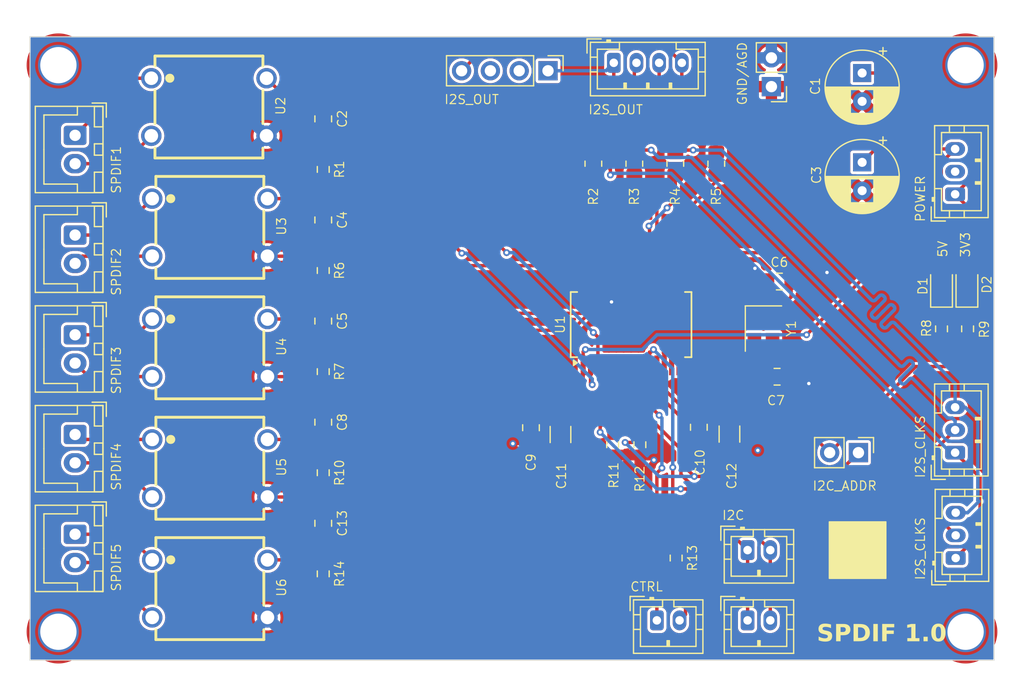
<source format=kicad_pcb>
(kicad_pcb (version 20240108) (generator "pcbnew") (generator_version "8.0")
  (layers (0 "F.Cu" signal) (1 "In1.Cu" signal) (2 "In2.Cu" signal) (31 "B.Cu" mixed) (34 "B.Paste" user) (35 "F.Paste" user) (36 "B.SilkS" user "B.Silkscreen") (37 "F.SilkS" user "F.Silkscreen") (38 "B.Mask" user) (39 "F.Mask" user) (44 "Edge.Cuts" user))
  (net 0 "")
  (net 1 "AGND")
  (net 2 "GND")
  (net 3 "I2S_DATA")
  (net 4 "I2S_LRCLK")
  (net 5 "I2S_BCLK")
  (net 6 "I2S_SCLK")
  (net 7 "SCL")
  (net 8 "SDA")
  (net 9 "3V3")
  (net 10 "SPDIF3_IN")
  (net 11 "SPDIF3_GND")
  (net 12 "RESET")
  (net 13 "SPDIF1_IN")
  (net 14 "SPDIF1_GND")
  (net 15 "SPDIF2_IN")
  (net 16 "SPDIF2_GND")
  (net 17 "5V")
  (net 18 "SPDIF_1")
  (net 19 "SPDIF4_GND")
  (net 20 "SPDIF4_IN")
  (net 21 "SPDIF_2")
  (net 22 "SPDIF_3")
  (net 23 "SPDIF_4")
  (net 24 "Net-(D2-K)")
  (net 25 "Net-(U1-XIN)")
  (net 26 "Net-(U1-XOP)")
  (net 27 "Net-(D1-K)")
  (net 28 "MCLK_OUT")
  (net 29 "Net-(U1-BCLK)")
  (net 30 "Net-(U1-LRCLK)")
  (net 31 "Net-(U1-DOUT)")
  (net 32 "ADDR")
  (net 33 "SPDIF_OUT")
  (net 34 "DIN")
  (net 36 "UNLOCK")
  (net 37 "INT")
  (net 38 "NONAUDIO")
  (net 39 "SPDIF_5")
  (net 40 "SPDIF5_IN")
  (net 41 "SPDIF5_GND")
  (net 42 "Net-(C2-Pad2)")
  (net 43 "Net-(C4-Pad2)")
  (net 44 "Net-(C5-Pad2)")
  (net 45 "Net-(C8-Pad2)")
  (net 46 "Net-(C13-Pad2)")
  (footprint "LED_SMD:LED_0805_2012Metric_Pad1.15x1.40mm_HandSolder" (layer "F.Cu") (at 106.7 50.3 90)
    (property "Reference" "D1")
    (property "Value" "BLUE")
  )
  (footprint "Connector_JST:JST_PH_B3B-PH-K_1x03_P2.00mm_Vertical" (layer "F.Cu") (at 107.9 42.2 90)
    (property "Reference" "J4" (hide yes))
    (property "Value" "Conn_01x03_Pin")
  )
  (footprint "Capacitor_SMD:C_0805_2012Metric_Pad1.18x1.45mm_HandSolder" (layer "F.Cu") (at 85.3 62.7625 90)
    (property "Reference" "C10")
    (property "Value" "0.1u")
  )
  (footprint "Connector_JST:JST_XH_B2B-XH-A_1x02_P2.50mm_Vertical" (layer "F.Cu") (at 30.3 54.6 -90)
    (property "Reference" "J7" (hide yes))
    (property "Value" "Conn_01x02_Pin")
  )
  (footprint "Capacitor_SMD:C_0805_2012Metric_Pad1.18x1.45mm_HandSolder" (layer "F.Cu") (at 52.18 53.389167 -90)
    (property "Reference" "C5")
    (property "Value" "0.01u C0G")
  )
  (footprint "Connector_JST:JST_PH_B2B-PH-K_1x02_P2.00mm_Vertical" (layer "F.Cu") (at 81.6 79.8)
    (property "Reference" "J11" (hide yes))
    (property "Value" "Conn_01x02_Pin")
  )
  (footprint "Connector_JST:JST_XH_B2B-XH-A_1x02_P2.50mm_Vertical" (layer "F.Cu") (at 30.3 63.4 -90)
    (property "Reference" "J9" (hide yes))
    (property "Value" "Conn_01x02_Pin")
  )
  (footprint "Capacitor_SMD:C_0805_2012Metric_Pad1.18x1.45mm_HandSolder" (layer "F.Cu") (at 52.18 62.311389 -90)
    (property "Reference" "C8")
    (property "Value" "0.01u C0G")
  )
  (footprint "easyeda2kicad:XFMR-TH_4P-L9.5-W9.0-P5.08-LS10.2_C9900096976" (layer "F.Cu") (at 42.18 66.375)
    (property "Reference" "U5")
    (property "Value" "DA101C_C6931652")
  )
  (footprint "Crystal:Crystal_SMD_SeikoEpson_FA238-4Pin_3.2x2.5mm" (layer "F.Cu") (at 91 54.05 -90)
    (property "Reference" "Y1")
    (property "Value" "12MHz 3.2x2.5")
  )
  (footprint "Package_SO:SSOP-28_5.3x10.2mm_P0.65mm" (layer "F.Cu") (at 79.325 53.7 90)
    (property "Reference" "U1")
    (property "Value" "WM8805")
  )
  (footprint "Resistor_SMD:R_0603_1608Metric_Pad0.98x0.95mm_HandSolder" (layer "F.Cu") (at 80.1 64.3 -90)
    (property "Reference" "R12")
    (property "Value" "4.7K")
  )
  (footprint "Capacitor_SMD:C_1206_3216Metric_Pad1.33x1.80mm_HandSolder" (layer "F.Cu") (at 73.1 63.4 90)
    (property "Reference" "C11")
    (property "Value" "10u")
  )
  (footprint "easyeda2kicad:XFMR-TH_4P-L9.5-W9.0-P5.08-LS10.2_C9900096976" (layer "F.Cu") (at 42.18 55.75)
    (property "Reference" "U4")
    (property "Value" "DA101C_C6931652")
  )
  (footprint "Resistor_SMD:R_0805_2012Metric_Pad1.20x1.40mm_HandSolder" (layer "F.Cu") (at 76 39.5 90)
    (property "Reference" "R2")
    (property "Value" "22R")
  )
  (footprint "Resistor_SMD:R_0603_1608Metric_Pad0.98x0.95mm_HandSolder" (layer "F.Cu") (at 83.3 74.3 -90)
    (property "Reference" "R13")
    (property "Value" "4.7K")
  )
  (footprint "Resistor_SMD:R_0805_2012Metric_Pad1.20x1.40mm_HandSolder" (layer "F.Cu") (at 86.8386 39.5 90)
    (property "Reference" "R5")
    (property "Value" "22R")
  )
  (footprint "Resistor_SMD:R_0603_1608Metric_Pad0.98x0.95mm_HandSolder" (layer "F.Cu") (at 52.18 48.928056 -90)
    (property "Reference" "R6")
    (property "Value" "75R")
  )
  (footprint "Capacitor_SMD:C_0805_2012Metric_Pad1.18x1.45mm_HandSolder" (layer "F.Cu") (at 70.5 62.8 90)
    (property "Reference" "C9")
    (property "Value" "0.1u")
  )
  (footprint "Connector_JST:JST_XH_B2B-XH-A_1x02_P2.50mm_Vertical" (layer "F.Cu") (at 30.3 37 -90)
    (property "Reference" "J3" (hide yes))
    (property "Value" "Conn_01x02_Pin" (hide yes))
  )
  (footprint "Capacitor_SMD:C_1206_3216Metric_Pad1.33x1.80mm_HandSolder" (layer "F.Cu") (at 88 63.3625 90)
    (property "Reference" "C12")
    (property "Value" "10u")
  )
  (footprint "MountingHole:MountingHole_3.2mm_M3_DIN965_Pad_TopOnly" (layer "F.Cu") (at 108.8251 30.805)
    (property "Reference" "H2" (hide yes))
    (property "Value" "MountingHole")
  )
  (footprint "Connector_JST:JST_XH_B2B-XH-A_1x02_P2.50mm_Vertical" (layer "F.Cu") (at 30.3 45.8 -90)
    (property "Reference" "J6" (hide yes))
    (property "Value" "Conn_01x02_Pin")
  )
  (footprint "Connector_PinHeader_2.54mm:PinHeader_1x02_P2.54mm_Vertical" (layer "F.Cu") (at 99.375 65 -90)
    (property "Reference" "J8" (hide yes))
    (property "Value" "Conn_01x02_Pin")
  )
  (footprint "Connector_PinHeader_2.54mm:PinHeader_1x02_P2.54mm_Vertical" (layer "F.Cu") (at 91.7 32.7 180)
    (property "Reference" "J2" (hide yes))
    (property "Value" "Conn_01x02_Pin")
  )
  (footprint "Resistor_SMD:R_0603_1608Metric_Pad0.98x0.95mm_HandSolder" (layer "F.Cu") (at 77.7 64.3 -90)
    (property "Reference" "R11")
    (property "Value" "4.7K")
  )
  (footprint "Connector_JST:JST_PH_B3B-PH-K_1x03_P2.00mm_Vertical" (layer "F.Cu") (at 107.9 65 90)
    (property "Reference" "J20" (hide yes))
    (property "Value" "Conn_01x03_Pin")
  )
  (footprint "Resistor_SMD:R_0603_1608Metric_Pad0.98x0.95mm_HandSolder" (layer "F.Cu") (at 52.18 66.7725 -90)
    (property "Reference" "R10")
    (property "Value" "75R")
  )
  (footprint "Resistor_SMD:R_0603_1608Metric_Pad0.98x0.95mm_HandSolder" (layer "F.Cu") (at 109 54.075 90)
    (property "Reference" "R9")
    (property "Value" "325R")
  )
  (footprint "Capacitor_SMD:C_0805_2012Metric_Pad1.18x1.45mm_HandSolder" (layer "F.Cu") (at 92.2 58.3)
    (property "Reference" "C7")
    (property "Value" "12p C0G")
  )
  (footprint "Connector_JST:JST_PH_B3B-PH-K_1x03_P2.00mm_Vertical" (layer "F.Cu") (at 107.95 74.3 90)
    (property "Reference" "J21" (hide yes))
    (property "Value" "Conn_01x03_Pin")
  )
  (footprint "Connector_JST:JST_PH_B4B-PH-K_1x04_P2.00mm_Vertical" (layer "F.Cu") (at 77.8 30.6)
    (property "Reference" "J1" (hide yes))
    (property "Value" "Conn_01x04_Pin")
  )
  (footprint "easyeda2kicad:XFMR-TH_4P-L9.5-W9.0-P5.08-LS10.2_C9900096976" (layer "F.Cu") (at 42.18 45.125)
    (property "Reference" "U3")
    (property "Value" "DA101C_C6931652")
  )
  (footprint "Connector_JST:JST_PH_B2B-PH-K_1x02_P2.00mm_Vertical" (layer "F.Cu") (at 89.6 79.8)
    (property "Reference" "J17" (hide yes))
    (property "Value" "Conn_01x02_Male")
  )
  (footprint "Resistor_SMD:R_0603_1608Metric_Pad0.98x0.95mm_HandSolder" (layer "F.Cu") (at 52.18 57.850278 -90)
    (property "Reference" "R7")
    (property "Value" "75R")
  )
  (footprint "Capacitor_SMD:C_0805_2012Metric_Pad1.18x1.45mm_HandSolder" (layer "F.Cu") (at 52.18 35.544723 -90)
    (property "Reference" "C2")
    (property "Value" "0.01u C0G")
  )
  (footprint "easyeda2kicad:XFMR-TH_4P-L9.5-W9.0-P5.08-LS10.2_C9900096976" (layer "F.Cu") (at 42.1 34.5)
    (property "Reference" "U2")
    (property "Value" "DA101C_C6931652")
  )
  (footprint "LED_SMD:LED_0805_2012Metric_Pad1.15x1.40mm_HandSolder" (layer "F.Cu") (at 108.94 50.3 90)
    (property "Reference" "D2")
    (property "Value" "YELLOW")
  )
  (footprint "Resistor_SMD:R_0603_1608Metric_Pad0.98x0.95mm_HandSolder" (layer "F.Cu") (at 106.7 54.075 90)
    (property "Reference" "R8")
    (property "Value" "500R")
  )
  (footprint "Capacitor_SMD:C_0805_2012Metric_Pad1.18x1.45mm_HandSolder" (layer "F.Cu") (at 92.4 49.9 180)
    (property "Reference" "C6")
    (property "Value" "12p C0G")
  )
  (footprint "easyeda2kicad:XFMR-TH_4P-L9.5-W9.0-P5.08-LS10.2_C9900096976" (layer "F.Cu") (at 42.18 77)
    (property "Reference" "U6")
    (property "Value" "DA101C_C6931652")
  )
  (footprint "Resistor_SMD:R_0603_1608Metric_Pad0.98x0.95mm_HandSolder" (layer "F.Cu") (at 52.18 75.694723 -90)
    (property "Reference" "R14")
    (property "Value" "75R")
  )
  (footprint "Resistor_SMD:R_0805_2012Metric_Pad1.20x1.40mm_HandSolder" (layer "F.Cu") (at 79.6129 39.5 90)
    (property "Reference" "R3")
    (property "Value" "22R")
  )
  (footprint "Capacitor_SMD:C_0805_2012Metric_Pad1.18x1.45mm_HandSolder" (layer "F.Cu") (at 52.18 44.466945 -90)
    (property "Reference" "C4")
    (property "Value" "0.01u C0G")
  )
  (footprint "Capacitor_THT:CP_Radial_D6.3mm_P2.50mm" (layer "F.Cu") (at 99.7 31.5 -90)
    (property "Reference" "C1")
    (property "Value" "220u")
  )
  (footprint "Resistor_SMD:R_0805_2012Metric_Pad1.20x1.40mm_HandSolder" (layer "F.Cu") (at 83.2257 39.5 90)
    (property "Reference" "R4")
    (property "Value" "22R")
  )
  (footprint "Connector_JST:JST_XH_B2B-XH-A_1x02_P2.50mm_Vertical" (layer "F.Cu") (at 30.3 72.2 -90)
    (property "Reference" "J12" (hide yes))
    (property "Value" "Conn_01x02_Pin")
  )
  (footprint "Capacitor_THT:CP_Radial_D6.3mm_P2.50mm" (layer "F.Cu") (at 99.7 39.3824 -90)
    (property "Reference" "C3")
    (property "Value" "220u")
  )
  (footprint "Resistor_SMD:R_0603_1608Metric_Pad0.98x0.95mm_HandSolder" (layer "F.Cu") (at 52.18 40.005834 -90)
    (property "Reference" "R1")
    (property "Value" "75R")
  )
  (footprint "MountingHole:MountingHole_3.2mm_M3_DIN965_Pad_TopOnly" (layer "F.Cu") (at 28.8251 30.805)
    (property "Reference" "H1" (hide yes))
    (property "Value" "MountingHole")
  )
  (footprint "Connector_JST:JST_PH_B2B-PH-K_1x02_P2.00mm_Vertical" (layer "F.Cu") (at 89.6 73.6)
    (property "Reference" "J10" (hide yes))
    (property "Value" "Conn_01x02_Male" (hide yes))
  )
  (footprint "Connector_PinHeader_2.54mm:PinHeader_1x04_P2.54mm_Vertical" (layer "F.Cu") (at 72 31.3 -90)
    (property "Reference" "J5" (hide yes))
    (property "Value" "Conn_01x04_Pin")
  )
  (footprint "MountingHole:MountingHole_3.2mm_M3_DIN965_Pad_TopOnly" (layer "F.Cu") (at 108.8251 80.805)
    (property "Reference" "H4" (hide yes))
    (property "Value" "MountingHole")
  )
  (footprint "MountingHole:MountingHole_3.2mm_M3_DIN965_Pad_TopOnly" (layer "F.Cu") (at 28.8251 80.805)
    (property "Reference" "H3" (hide yes))
    (property "Value" "MountingHole")
  )
  (footprint "Capacitor_SMD:C_0805_2012Metric_Pad1.18x1.45mm_HandSolder" (layer "F.Cu") (at 52.18 71.233611 -90)
    (property "Reference" "C13")
    (property "Value" "0.01u")
  )
  (gr_rect (start 96.8 71.1) (end 101.8 76.1) (stroke (width 0.1)) (fill solid) (layer "F.SilkS"))
  (gr_line (start 111.3251 28.305) (end 111.3251 83.305) (stroke (width 0.1)) (layer "Edge.Cuts"))
  (gr_line (start 111.3251 83.305) (end 26.3251 83.305) (stroke (width 0.1)) (layer "Edge.Cuts"))
  (gr_line (start 26.3251 83.305) (end 26.3251 28.305) (stroke (width 0.1)) (layer "Edge.Cuts"))
  (gr_line (start 26.3251 28.305) (end 111.3251 28.305) (stroke (width 0.1)) (layer "Edge.Cuts"))
  (gr_text "SPDIF3\n" (at 34.399952 59.9 90) (layer "F.SilkS") (effects (font (size 0.8 0.8) (thickness 0.1) (bold yes)) (justify left bottom)))
  (gr_text "I2S_CLKS" (at 105.3 76.3 90) (layer "F.SilkS") (effects (font (size 0.8 0.8) (thickness 0.1) (bold yes)) (justify left bottom)))
  (gr_text "SPDIF1" (at 34.399952 42.2 90) (layer "F.SilkS") (effects (font (size 0.8 0.8) (thickness 0.1) (bold yes)) (justify left bottom)))
  (gr_text "I2S_CLKS" (at 105.3 67.3 90) (layer "F.SilkS") (effects (font (size 0.8 0.8) (thickness 0.1) (bold yes)) (justify left bottom)))
  (gr_text "SPDIF5\n\n" (at 35.687907 77.3 90) (layer "F.SilkS") (effects (font (size 0.8 0.8) (thickness 0.1) (bold yes)) (justify left bottom)))
  (gr_text "5V\n" (at 107.2749 47.82 90) (layer "F.SilkS") (effects (font (size 0.8 0.8) (thickness 0.1) (bold yes)) (justify left bottom)))
  (gr_text "CTRL" (at 79.2 77.3 0) (layer "F.SilkS") (effects (font (size 0.8 0.8) (thickness 0.1) (bold yes)) (justify left bottom)))
  (gr_text "SPDIF4\n" (at 34.399952 68.4 90) (layer "F.SilkS") (effects (font (size 0.8 0.8) (thickness 0.1) (bold yes)) (justify left bottom)))
  (gr_text "SPDIF 1.0" (at 95.7 81.9 0) (layer "F.SilkS") (effects (font (size 1.5 1.5) (thickness 0.1) (bold yes)) (justify left bottom)))
  (gr_text "I2S_OUT" (at 62.8 34.3 0) (layer "F.SilkS") (effects (font (size 0.8 0.8) (thickness 0.1) (bold yes)) (justify left bottom)))
  (gr_text "I2C_ADDR" (at 95.275 68.4 0) (layer "F.SilkS") (effects (font (size 0.8 0.8) (thickness 0.1) (bold yes)) (justify left bottom)))
  (gr_text "GND/AGD" (at 89.6 34.4 90) (layer "F.SilkS") (effects (font (size 0.8 0.8) (thickness 0.1) (bold yes)) (justify left bottom)))
  (gr_text "SPDIF2" (at 34.399952 51.2 90) (layer "F.SilkS") (effects (font (size 0.8 0.8) (thickness 0.1) (bold yes)) (justify left bottom)))
  (gr_text "POWER" (at 105.3 44.7 90) (layer "F.SilkS") (effects (font (size 0.8 0.8) (thickness 0.1) (bold yes)) (justify left bottom)))
  (gr_text "I2C" (at 87.3 71 0) (layer "F.SilkS") (effects (font (size 0.8 0.8) (thickness 0.1) (bold yes)) (justify left bottom)))
  (gr_text "3V3" (at 109.2749 47.82 90) (layer "F.SilkS") (effects (font (size 0.8 0.8) (thickness 0.1) (bold yes)) (justify left bottom)))
  (gr_text "I2S_OUT" (at 75.5 35.2 0) (layer "F.SilkS") (effects (font (size 0.8 0.8) (thickness 0.1) (bold yes)) (justify left bottom)))
  (segment (start 89.9 51.3625) (end 91.3625 49.9) (width 0.3) (layer "F.Cu") (net 1))
  (segment (start 94.4 58.3) (end 95 58.9) (width 0.3) (layer "F.Cu") (net 1))
  (segment (start 89.9 52.6) (end 89.9 51.3625) (width 0.3) (layer "F.Cu") (net 1))
  (segment (start 79 50.1) (end 78.35 50.1) (width 0.3) (layer "F.Cu") (net 1))
  (segment (start 92.1 57.1625) (end 93.2375 58.3) (width 0.3) (layer "F.Cu") (net 1))
  (segment (start 78.35 50.1) (end 77.7 50.1) (width 0.3) (layer "F.Cu") (net 1))
  (segment (start 51.707222 58.29) (end 52.18 58.762778) (width 0.3) (layer "F.Cu") (net 1))
  (segment (start 47.26 47.665) (end 50.004444 47.665) (width 0.3) (layer "F.Cu") (net 1))
  (segment (start 47.26 68.915) (end 50.95 68.915) (width 0.3) (layer "F.Cu") (net 1))
  (segment (start 47.26 58.29) (end 51.707222 58.29) (width 0.3) (layer "F.Cu") (net 1))
  (segment (start 52.18 76.607223) (end 50.192777 76.607223) (width 0.3) (layer "F.Cu") (net 1))
  (segment (start 50.95 68.915) (end 52.18 67.685) (width 0.3) (layer "F.Cu") (net 1))
  (segment (start 93.2375 58.3) (end 94.4 58.3) (width 0.3) (layer "F.Cu") (net 1))
  (segment (start 50.004444 47.665) (end 52.18 49.840556) (width 0.3) (layer "F.Cu") (net 1))
  (segment (start 50.192777 76.607223) (end 47.26 79.54) (width 0.3) (layer "F.Cu") (net 1))
  (segment (start 77.7 50.1) (end 77.7 51.6) (width 0.3) (layer "F.Cu") (net 1))
  (segment (start 92.1 55.5) (end 92.1 57.1625) (width 0.3) (layer "F.Cu") (net 1))
  (segment (start 47.18 37.04) (end 51.058334 40.918334) (width 0.3) (layer "F.Cu") (net 1))
  (segment (start 51.058334 40.918334) (end 52.18 40.918334) (width 0.3) (layer "F.Cu") (net 1))
  (segment (start 77.7 51.6) (end 77.6 51.7) (width 0.3) (layer "F.Cu") (net 1))
  (segment (start 91.3625 49.85245) (end 90.246232 48.736182) (width 0.3) (layer "F.Cu") (net 1))
  (via (at 77.6 51.7) (size 0.6) (drill 0.3) (layers "F.Cu" "B.Cu") (net 1))
  (via (at 95 58.9) (size 0.6) (drill 0.3) (layers "F.Cu" "B.Cu") (net 1))
  (via (at 90.246232 48.736182) (size 0.6) (drill 0.3) (layers "F.Cu" "B.Cu") (net 1))
  (via (at 96.6 49.1) (size 0.6) (drill 0.3) (layers "F.Cu" "B.Cu") (net 1))
  (segment (start 73.1 64.9625) (end 71.625 64.9625) (width 0.3) (layer "F.Cu") (net 2))
  (segment (start 80.1 65.2125) (end 80.90245 65.2125) (width 0.3) (layer "F.Cu") (net 2))
  (segment (start 69.2625 63.8375) (end 68.9 64.2) (width 0.3) (layer "F.Cu") (net 2))
  (segment (start 90.375 64.925) (end 90.5 64.8) (width 0.3) (layer "F.Cu") (net 2))
  (segment (start 80.90245 65.2125) (end 81.33845 65.6485) (width 0.3) (layer "F.Cu") (net 2))
  (segment (start 88 64.925) (end 86.425 64.925) (width 0.3) (layer "F.Cu") (net 2))
  (segment (start 88 64.925) (end 90.375 64.925) (width 0.3) (layer "F.Cu") (net 2))
  (segment (start 71.625 64.9625) (end 70.5 63.8375) (width 0.3) (layer "F.Cu") (net 2))
  (segment (start 70.5 63.8375) (end 69.2625 63.8375) (width 0.3) (layer "F.Cu") (net 2))
  (segment (start 86.425 64.925) (end 85.3 63.8) (width 0.3) (layer "F.Cu") (net 2))
  (segment (start 80.1 65.2125) (end 77.7 65.2125) (width 0.3) (layer "F.Cu") (net 2))
  (via (at 68.9 64.2) (size 0.6) (drill 0.3) (layers "F.Cu" "B.Cu") (net 2))
  (via (at 90.5 64.8) (size 0.6) (drill 0.3) (layers "F.Cu" "B.Cu") (net 2))
  (via (at 81.33845 65.6485) (size 0.6) (drill 0.3) (layers "F.Cu" "B.Cu") (net 2))
  (segment (start 83.8 30.6) (end 83.8 34.9114) (width 0.3) (layer "F.Cu") (net 3))
  (segment (start 64.38 31.3) (end 66.88 28.8) (width 0.3) (layer "F.Cu") (net 3))
  (segment (start 66.88 28.8) (end 82 28.8) (width 0.3) (layer "F.Cu") (net 3))
  (segment (start 82 28.8) (end 83.8 30.6) (width 0.3) (layer "F.Cu") (net 3))
  (segment (start 83.8 34.9114) (end 86.8386 37.95) (width 0.3) (layer "F.Cu") (net 3))
  (segment (start 81.8 36.5243) (end 83.2257 37.95) (width 0.3) (layer "F.Cu") (net 4))
  (segment (start 81.8 30.6) (end 81.8 36.5243) (width 0.3) (layer "F.Cu") (net 4))
  (segment (start 84.8 38.3) (end 83.4257 38.3) (width 0.3) (layer "F.Cu") (net 4))
  (via (at 84.8 38.3) (size 0.6) (drill 0.3) (layers "F.Cu" "B.Cu") (net 4))
  (segment (start 87.3 38.3) (end 100.445438 51.445438) (width 0.3) (layer "B.Cu") (net 4))
  (segment (start 101.435395 53.510197) (end 101.972795 52.972794) (width 0.3) (layer "B.Cu") (net 4))
  (segment (start 108.8 61) (end 109.9 62.1) (width 0.3) (layer "B.Cu") (net 4))
  (segment (start 100.671715 53.085929) (end 100.586862 53.001076) (width 0.3) (layer "B.Cu") (net 4))
  (segment (start 109.9 62.1) (end 109.9 69.2) (width 0.3) (layer "B.Cu") (net 4))
  (segment (start 100.586862 52.661664) (end 101.124262 52.124261) (width 0.3) (layer "B.Cu") (net 4))
  (segment (start 107.9 61) (end 108.8 61) (width 0.3) (layer "B.Cu") (net 4))
  (segment (start 100.53029 51.53029) (end 100.445438 51.445438) (width 0.3) (layer "B.Cu") (net 4))
  (segment (start 109.9 69.2) (end 110 69.3) (width 0.3) (layer "B.Cu") (net 4))
  (segment (start 102.510195 52.095981) (end 102.425342 52.011128) (width 0.3) (layer "B.Cu") (net 4))
  (segment (start 101.124261 52.124261) (end 101.661662 51.586859) (width 0.3) (layer "B.Cu") (net 4))
  (segment (start 87.3 38.3) (end 84.8 38.3) (width 0.3) (layer "B.Cu") (net 4))
  (segment (start 101.548528 52.548529) (end 101.548528 52.548528) (width 0.3) (layer "B.Cu") (net 4))
  (segment (start 109 70.3) (end 107.95 70.3) (width 0.3) (layer "B.Cu") (net 4))
  (segment (start 107.9 58.9) (end 102.566767 53.566767) (width 0.3) (layer "B.Cu") (net 4))
  (segment (start 101.520248 53.934462) (end 101.435395 53.849609) (width 0.3) (layer "B.Cu") (net 4))
  (segment (start 101.548528 52.548528) (end 101.011125 53.085928) (width 0.3) (layer "B.Cu") (net 4))
  (segment (start 102.08593 52.011128) (end 101.548528 52.548529) (width 0.3) (layer "B.Cu") (net 4))
  (segment (start 101.972794 52.972794) (end 102.510195 52.435392) (width 0.3) (layer "B.Cu") (net 4))
  (segment (start 101.237397 51.162595) (end 100.869701 51.53029) (width 0.3) (layer "B.Cu") (net 4))
  (segment (start 102.227355 53.566767) (end 101.859658 53.934461) (width 0.3) (layer "B.Cu") (net 4))
  (segment (start 101.972795 52.972794) (end 101.972794 52.972794) (width 0.3) (layer "B.Cu") (net 4))
  (segment (start 110 69.3) (end 109 70.3) (width 0.3) (layer "B.Cu") (net 4))
  (segment (start 107.9 61) (end 107.9 58.9) (width 0.3) (layer "B.Cu") (net 4))
  (segment (start 101.124262 52.124261) (end 101.124261 52.124261) (width 0.3) (layer "B.Cu") (net 4))
  (segment (start 101.661662 51.247448) (end 101.576809 51.162595) (width 0.3) (layer "B.Cu") (net 4))
  (arc (start 101.859658 53.934461) (mid 101.689953 54.004757) (end 101.520248 53.934462) (width 0.3) (layer "B.Cu") (net 4))
  (arc (start 102.425342 52.011128) (mid 102.255636 51.940833) (end 102.08593 52.011128) (width 0.3) (layer "B.Cu") (net 4))
  (arc (start 101.576809 51.162595) (mid 101.407103 51.0923) (end 101.237397 51.162595) (width 0.3) (layer "B.Cu") (net 4))
  (arc (start 100.586862 53.001076) (mid 100.516566 52.831369) (end 100.586862 52.661664) (width 0.3) (layer "B.Cu") (net 4))
  (arc (start 101.661662 51.586859) (mid 101.731957 51.417153) (end 101.661662 51.247448) (width 0.3) (layer "B.Cu") (net 4))
  (arc (start 101.435395 53.849609) (mid 101.365099 53.679902) (end 101.435395 53.510197) (width 0.3) (layer "B.Cu") (net 4))
  (arc (start 101.011125 53.085928) (mid 100.84142 53.156224) (end 100.671715 53.085929) (width 0.3) (layer "B.Cu") (net 4))
  (arc (start 100.869701 51.53029) (mid 100.699995 51.600585) (end 100.53029 51.53029) (width 0.3) (layer "B.Cu") (net 4))
  (arc (start 102.566767 53.566767) (mid 102.39706 53.496471) (end 102.227355 53.566767) (width 0.3) (layer "B.Cu") (net 4))
  (arc (start 102.510195 52.435392) (mid 102.58049 52.265686) (end 102.510195 52.095981) (width 0.3) (layer "B.Cu") (net 4))
  (segment (start 79.6129 37.95) (end 79.6129 30.7871) (width 0.3) (layer "F.Cu") (net 5))
  (segment (start 107.95 72.3) (end 106.1 70.45) (width 0.3) (layer "F.Cu") (net 5))
  (segment (start 81.1 38.3) (end 79.8129 38.3) (width 0.3) (layer "F.Cu") (net 5))
  (segment (start 106.1 70.45) (end 106.1 64.8) (width 0.3) (layer "F.Cu") (net 5))
  (segment (start 106.1 64.8) (end 107.9 63) (width 0.3) (layer "F.Cu") (net 5))
  (via (at 81.1 38.3) (size 0.6) (drill 0.3) (layers "F.Cu" "B.Cu") (net 5))
  (segment (start 107.65 61.95) (end 107.231497 61.95) (width 0.3) (layer "B.Cu") (net 5))
  (segment (start 107.9 63) (end 107.9 62.2) (width 0.3) (layer "B.Cu") (net 5))
  (segment (start 106.675 60.975) (end 104.20433 58.50433) (width 0.3) (layer "B.Cu") (net 5))
  (segment (start 81.75 38.95) (end 81.1 38.3) (width 0.3) (layer "B.Cu") (net 5))
  (segment (start 103.610357 57.910357) (end 104.147758 57.372955) (width 0.3) (layer "B.Cu") (net 5))
  (segment (start 107.9 62.2) (end 107.65 61.95) (width 0.3) (layer "B.Cu") (net 5))
  (segment (start 103.723493 56.948691) (end 103.355797 57.316386) (width 0.3) (layer "B.Cu") (net 5))
  (segment (start 103.864918 58.50433) (end 103.497221 58.872024) (width 0.3) (layer "B.Cu") (net 5))
  (segment (start 103.072958 58.44776) (end 103.610358 57.910357) (width 0.3) (layer "B.Cu") (net 5))
  (segment (start 84.65 38.95) (end 102.931534 57.231534) (width 0.3) (layer "B.Cu") (net 5))
  (segment (start 103.157811 58.872025) (end 103.072958 58.787172) (width 0.3) (layer "B.Cu") (net 5))
  (segment (start 106.675 61.393503) (end 106.675 60.975) (width 0.3) (layer "B.Cu") (net 5))
  (segment (start 103.016386 57.316386) (end 102.931534 57.231534) (width 0.3) (layer "B.Cu") (net 5))
  (segment (start 103.610358 57.910357) (end 103.610357 57.910357) (width 0.3) (layer "B.Cu") (net 5))
  (segment (start 84.65 38.95) (end 81.75 38.95) (width 0.3) (layer "B.Cu") (net 5))
  (segment (start 104.147758 57.033544) (end 104.062905 56.948691) (width 0.3) (layer "B.Cu") (net 5))
  (segment (start 107.231497 61.95) (end 106.675 61.393503) (width 0.3) (layer "B.Cu") (net 5))
  (arc (start 104.062905 56.948691) (mid 103.893199 56.878396) (end 103.723493 56.948691) (width 0.3) (layer "B.Cu") (net 5))
  (arc (start 104.147758 57.372955) (mid 104.218053 57.203249) (end 104.147758 57.033544) (width 0.3) (layer "B.Cu") (net 5))
  (arc (start 103.497221 58.872024) (mid 103.327516 58.94232) (end 103.157811 58.872025) (width 0.3) (layer "B.Cu") (net 5))
  (arc (start 104.20433 58.50433) (mid 104.034623 58.434034) (end 103.864918 58.50433) (width 0.3) (layer "B.Cu") (net 5))
  (arc (start 103.072958 58.787172) (mid 103.002662 58.617465) (end 103.072958 58.44776) (width 0.3) (layer "B.Cu") (net 5))
  (arc (start 103.355797 57.316386) (mid 103.186091 57.386681) (end 103.016386 57.316386) (width 0.3) (layer "B.Cu") (net 5))
  (segment (start 107.95 74.3) (end 110.1 72.15) (width 0.3) (layer "F.Cu") (net 6))
  (segment (start 110.1 72.15) (end 110.1 67.2) (width 0.3) (layer "F.Cu") (net 6))
  (segment (start 76 38.5) (end 77.5 40) (width 0.3) (layer "F.Cu") (net 6))
  (segment (start 110.1 67.2) (end 107.9 65) (width 0.3) (layer "F.Cu") (net 6))
  (segment (start 77.5 40) (end 77.5 40.5) (width 0.3) (layer "F.Cu") (net 6))
  (segment (start 77.8 30.6) (end 77.8 36.15) (width 0.3) (layer "F.Cu") (net 6))
  (segment (start 77.8 36.15) (end 76 37.95) (width 0.3) (layer "F.Cu") (net 6))
  (via (at 77.5 40.5) (size 0.6) (drill 0.3) (layers "F.Cu" "B.Cu") (net 6))
  (segment (start 82.85 40.35) (end 77.65 40.35) (width 0.3) (layer "B.Cu") (net 6))
  (segment (start 107.5 65) (end 82.85 40.35) (width 0.3) (layer "B.Cu") (net 6))
  (segment (start 77.65 40.35) (end 77.5 40.5) (width 0.3) (layer "B.Cu") (net 6))
  (segment (start 72 31.3) (end 77.1 31.3) (width 0.3) (layer "B.Cu") (net 6))
  (segment (start 77.1 31.3) (end 77.8 30.6) (width 0.3) (layer "B.Cu") (net 6))
  (segment (start 84.2 68.2) (end 83.7 68.2) (width 0.3) (layer "F.Cu") (net 7))
  (segment (start 76.6 62.7) (end 77.05 62.25) (width 0.3) (layer "F.Cu") (net 7))
  (segment (start 77.05 62.25) (end 77.05 57.3) (width 0.3) (layer "F.Cu") (net 7))
  (segment (start 89.6 73.6) (end 89.6 79.8) (width 0.3) (layer "F.Cu") (net 7))
  (segment (start 89.6 73.6) (end 84.2 68.2) (width 0.3) (layer "F.Cu") (net 7))
  (segment (start 76.6 63.2) (end 76.6 62.7) (width 0.3) (layer "F.Cu") (net 7))
  (via (at 76.6 63.2) (size 0.6) (drill 0.3) (layers "F.Cu" "B.Cu") (net 7))
  (via (at 83.7 68.2) (size 0.6) (drill 0.3) (layers "F.Cu" "B.Cu") (net 7))
  (segment (start 76.6 63.2) (end 81.6 68.2) (width 0.3) (layer "B.Cu") (net 7))
  (segment (start 81.6 68.2) (end 83.7 68.2) (width 0.3) (layer "B.Cu") (net 7))
  (segment (start 79 59.982844) (end 83.725 64.707844) (width 0.3) (layer "F.Cu") (net 8))
  (segment (start 83.725 66.925) (end 89.1 72.3) (width 0.3) (layer "F.Cu") (net 8))
  (segment (start 90.3 72.3) (end 91.6 73.6) (width 0.3) (layer "F.Cu") (net 8))
  (segment (start 83.725 64.707844) (end 83.725 66.925) (width 0.3) (layer "F.Cu") (net 8))
  (segment (start 91.6 73.6) (end 91.6 79.8) (width 0.3) (layer "F.Cu") (net 8))
  (segment (start 89.1 72.3) (end 90.3 72.3) (width 0.3) (layer "F.Cu") (net 8))
  (segment (start 79 57.3) (end 79 59.982844) (width 0.3) (layer "F.Cu") (net 8))
  (segment (start 109.99 55.322432) (end 109.032432 56.28) (width 0.3) (layer "F.Cu") (net 9))
  (segment (start 106.3 35.8) (end 102 31.5) (width 0.3) (layer "F.Cu") (net 9))
  (segment (start 88 61.8) (end 85.375 61.8) (width 0.3) (layer "F.Cu") (net 9))
  (segment (start 84.575 61.725) (end 81.6 58.75) (width 0.3) (layer "F.Cu") (net 9))
  (segment (start 108.9651 56.28) (end 107.8401 57.405) (width 0.3) (layer "F.Cu") (net 9))
  (segment (start 108.94 43.24) (end 107.9 42.2) (width 0.3) (layer "F.Cu") (net 9))
  (segment (start 108.94 49.275) (end 108.94 43.24) (width 0.3) (layer "F.Cu") (net 9))
  (segment (start 85.3 61.725) (end 84.575 61.725) (width 0.3) (layer "F.Cu") (net 9))
  (segment (start 102 31.5) (end 99.7 31.5) (width 0.3) (layer "F.Cu") (net 9))
  (segment (start 81.6 58.75) (end 81.6 57.3) (width 0.3) (layer "F.Cu") (net 9))
  (segment (start 93.635 61.8) (end 96.835 65) (width 0.3) (layer "F.Cu") (net 9))
  (segment (start 107.8401 57.405) (end 104.43 57.405) (width 0.3) (layer "F.Cu") (net 9))
  (segment (start 109.99 50.325) (end 109.99 55.322432) (width 0.3) (layer "F.Cu") (net 9))
  (segment (start 109.6 36.9) (end 108.5 35.8) (width 0.3) (layer "F.Cu") (net 9))
  (segment (start 109.6 40.5) (end 109.6 36.9) (width 0.3) (layer "F.Cu") (net 9))
  (segment (start 108.94 49.275) (end 109.99 50.325) (width 0.3) (layer "F.Cu") (net 9))
  (segment (start 88 61.8) (end 93.635 61.8) (width 0.3) (layer "F.Cu") (net 9))
  (segment (start 104.43 57.405) (end 96.835 65) (width 0.3) (layer "F.Cu") (net 9))
  (segment (start 109.032432 56.28) (end 108.9651 56.28) (width 0.3) (layer "F.Cu") (net 9))
  (segment (start 108.5 35.8) (end 106.3 35.8) (width 0.3) (layer "F.Cu") (net 9))
  (segment (start 107.9 42.2) (end 109.6 40.5) (width 0.3) (layer "F.Cu") (net 9))
  (segment (start 35.71 54.6) (end 37.1 53.21) (width 0.3) (layer "F.Cu") (net 10))
  (segment (start 30.3 54.6) (end 35.71 54.6) (width 0.3) (layer "F.Cu") (net 10))
  (segment (start 31.49 58.29) (end 30.3 57.1) (width 0.3) (layer "F.Cu") (net 11))
  (segment (start 37.1 58.29) (end 31.49 58.29) (width 0.3) (layer "F.Cu") (net 11))
  (segment (start 80.95 56.25) (end 81.3 55.9) (width 0.3) (layer "F.Cu") (net 12))
  (segment (start 84.125 79.275) (end 84.125 74.2125) (width 0.3) (layer "F.Cu") (net 12))
  (segment (start 83 66.3) (end 83 73.0875) (width 0.3) (layer "F.Cu") (net 12))
  (segment (start 84.125 74.2125) (end 83.3 73.3875) (width 0.3) (layer "F.Cu") (net 12))
  (segment (start 83.6 79.8) (end 84.125 79.275) (width 0.3) (layer "F.Cu") (net 12))
  (segment (start 80.95 57.3) (end 80.95 56.25) (width 0.3) (layer "F.Cu") (net 12))
  (segment (start 80.95 56.125) (end 80.95 57.3) (width 0.3) (layer "F.Cu") (net 12))
  (via (at 83 66.3) (size 0.6) (drill 0.3) (layers "F.Cu" "B.Cu") (net 12))
  (via (at 81.3 55.9) (size 0.6) (drill 0.3) (layers "F.Cu" "B.Cu") (net 12))
  (segment (start 83 57.6) (end 83 66.3) (width 0.3) (layer "B.Cu") (net 12))
  (segment (start 81.3 55.9) (end 83 57.6) (width 0.3) (layer "B.Cu") (net 12))
  (segment (start 35.34 31.96) (end 30.3 37) (width 0.3) (layer "F.Cu") (net 13))
  (segment (start 37.02 31.96) (end 35.34 31.96) (width 0.3) (layer "F.Cu") (net 13))
  (segment (start 34.56 39.5) (end 30.3 39.5) (width 0.3) (layer "F.Cu") (net 14))
  (segment (start 37.02 37.04) (end 34.56 39.5) (width 0.3) (layer "F.Cu") (net 14))
  (segment (start 33.885 45.8) (end 37.1 42.585) (width 0.3) (layer "F.Cu") (net 15))
  (segment (start 30.3 45.8) (end 33.885 45.8) (width 0.3) (layer "F.Cu") (net 15))
  (segment (start 37.1 47.665) (end 30.935 47.665) (width 0.3) (layer "F.Cu") (net 16))
  (segment (start 30.935 47.665) (end 30.3 48.3) (width 0.3) (layer "F.Cu") (net 16))
  (segment (start 75.1 56.1) (end 75.3 55.9) (width 0.3) (layer "F.Cu") (net 17))
  (segment (start 73.1 61.8375) (end 70.575 61.8375) (width 0.3) (layer "F.Cu") (net 17))
  (segment (start 100.8824 38.2) (end 99.7 39.3824) (width 0.3) (layer "F.Cu") (net 17))
  (segment (start 106.7 47.0576) (end 106.7 49.275) (width 0.3) (layer "F.Cu") (net 17))
  (segment (start 75.1 57.3) (end 75.1 59.8375) (width 0.3) (layer "F.Cu") (net 17))
  (segment (start 106.575 49.15) (end 100.25 49.15) (width 0.3) (layer "F.Cu") (net 17))
  (segment (start 100.25 49.15) (end 94.8 54.6) (width 0.3) (layer "F.Cu") (net 17))
  (segment (start 106.7 49.275) (end 106.575 49.15) (width 0.3) (layer "F.Cu") (net 17))
  (segment (start 106.7 47.0576) (end 106.675 47.0326) (width 0.3) (layer "F.Cu") (net 17))
  (segment (start 106.7251 47.0325) (end 106.7 47.0576) (width 0.3) (layer "F.Cu") (net 17))
  (segment (start 106.675 47.0326) (end 106.675 39.425) (width 0.3) (layer "F.Cu") (net 17))
  (segment (start 75.1 57.3) (end 75.1 56.1) (width 0.3) (layer "F.Cu") (net 17))
  (segment (start 107.9 38.2) (end 100.8824 38.2) (width 0.3) (layer "F.Cu") (net 17))
  (segment (start 75.1 59.8375) (end 73.1 61.8375) (width 0.3) (layer "F.Cu") (net 17))
  (segment (start 106.675 39.425) (end 107.9 38.2) (width 0.3) (layer "F.Cu") (net 17))
  (via (at 75.3 55.9) (size 0.6) (drill 0.3) (layers "F.Cu" "B.Cu") (net 17))
  (via (at 94.8 54.6) (size 0.6) (drill 0.3) (layers "F.Cu" "B.Cu") (net 17))
  (segment (start 75.3 55.9) (end 80.31005 55.9) (width 0.3) (layer "B.Cu") (net 17))
  (segment (start 81.61005 54.6) (end 94.8 54.6) (width 0.3) (layer "B.Cu") (net 17))
  (segment (start 80.31005 55.9) (end 81.61005 54.6) (width 0.3) (layer "B.Cu") (net 17))
  (segment (start 55.507223 34.507223) (end 68.35 47.35) (width 0.3) (layer "F.Cu") (net 18))
  (segment (start 76.4 57.3) (end 76.4 54.8) (width 0.3) (layer "F.Cu") (net 18))
  (segment (start 76.4 54.8) (end 76 54.4) (width 0.3) (layer "F.Cu") (net 18))
  (segment (start 52.18 34.507223) (end 55.507223 34.507223) (width 0.3) (layer "F.Cu") (net 18))
  (via (at 76 54.4) (size 0.6) (drill 0.3) (layers "F.Cu" "B.Cu") (net 18))
  (via (at 68.35 47.35) (size 0.6) (drill 0.3) (layers "F.Cu" "B.Cu") (net 18))
  (segment (start 68.95 47.35) (end 68.35 47.35) (width 0.3) (layer "B.Cu") (net 18))
  (segment (start 76 54.4) (end 68.95 47.35) (width 0.3) (layer "B.Cu") (net 18))
  (segment (start 30.3 65.9) (end 34.085 65.9) (width 0.3) (layer "F.Cu") (net 19))
  (segment (start 34.085 65.9) (end 37.1 68.915) (width 0.3) (layer "F.Cu") (net 19))
  (segment (start 37.1 63.835) (end 30.735 63.835) (width 0.3) (layer "F.Cu") (net 20))
  (segment (start 52.18 43.429445) (end 60.429443 43.429445) (width 0.3) (layer "F.Cu") (net 21))
  (segment (start 60.429443 43.429445) (end 64.399998 47.4) (width 0.3) (layer "F.Cu") (net 21))
  (segment (start 75.9 59) (end 75.75 58.85) (width 0.3) (layer "F.Cu") (net 21))
  (segment (start 75.75 58.85) (end 75.75 57.3) (width 0.3) (layer "F.Cu") (net 21))
  (via (at 64.399998 47.4) (size 0.6) (drill 0.3) (layers "F.Cu" "B.Cu") (net 21))
  (via (at 75.9 59) (size 0.6) (drill 0.3) (layers "F.Cu" "B.Cu") (net 21))
  (segment (start 64.8 47.4) (end 64.399998 47.4) (width 0.3) (layer "B.Cu") (net 21))
  (segment (start 75.9 59) (end 75.9 58.5) (width 0.3) (layer "B.Cu") (net 21))
  (segment (start 75.9 58.5) (end 64.8 47.4) (width 0.3) (layer "B.Cu") (net 21))
  (segment (start 75.75 50.1) (end 75.75 48.925) (width 0.3) (layer "F.Cu") (net 22))
  (segment (start 75.75 48.925) (end 75.325 48.5) (width 0.3) (layer "F.Cu") (net 22))
  (segment (start 56.031667 48.5) (end 75.325 48.5) (width 0.3) (layer "F.Cu") (net 22))
  (segment (start 52.18 52.351667) (end 56.031667 48.5) (width 0.3) (layer "F.Cu") (net 22))
  (segment (start 76.4 50.1) (end 76.4 51.217894) (width 0.3) (layer "F.Cu") (net 23))
  (segment (start 60.753889 52.7) (end 74.917894 52.7) (width 0.3) (layer "F.Cu") (net 23))
  (segment (start 52.18 61.273889) (end 60.753889 52.7) (width 0.3) (layer "F.Cu") (net 23))
  (segment (start 76.4 51.217894) (end 74.917894 52.7) (width 0.3) (layer "F.Cu") (net 23))
  (segment (start 108.94 51.325) (end 108.94 53.1025) (width 0.3) (layer "F.Cu") (net 24))
  (segment (start 93.4375 49.9) (end 93.4375 51.2625) (width 0.3) (layer "F.Cu") (net 25))
  (segment (start 90.895236 47.357736) (end 93.4375 49.9) (width 0.3) (layer "F.Cu") (net 25))
  (segment (start 83.55 50.1) (end 86.292264 47.357736) (width 0.3) (layer "F.Cu") (net 25))
  (segment (start 86.292264 47.357736) (end 90.895236 47.357736) (width 0.3) (layer "F.Cu") (net 25))
  (segment (start 93.4375 51.2625) (end 92.1 52.6) (width 0.3) (layer "F.Cu") (net 25))
  (segment (start 89.9 57.0375) (end 89.9 55.5) (width 0.3) (layer "F.Cu") (net 26))
  (segment (start 89.9 55.5) (end 85.35 55.5) (width 0.3) (layer "F.Cu") (net 26))
  (segment (start 85.35 55.5) (end 83.55 57.3) (width 0.3) (layer "F.Cu") (net 26))
  (segment (start 91.1625 58.3) (end 89.9 57.0375) (width 0.3) (layer "F.Cu") (net 26))
  (segment (start 106.7 51.325) (end 106.7 53.1625) (width 0.3) (layer "F.Cu") (net 27))
  (segment (start 80.3 46.550546) (end 80.3 46.430546) (width 0.3) (layer "F.Cu") (net 28))
  (segment (start 79.54 46.790546) (end 80.06 46.790546) (width 0.3) (layer "F.Cu") (net 28))
  (segment (start 80.3 50.1) (end 80.3 47.630546) (width 0.3) (layer "F.Cu") (net 28))
  (segment (start 80.3 45.35) (end 76 41.05) (width 0.3) (layer "F.Cu") (net 28))
  (segment (start 79.3 47.150546) (end 79.3 47.030546) (width 0.3) (layer "F.Cu") (net 28))
  (segment (start 80.06 47.390546) (end 79.54 47.390546) (width 0.3) (layer "F.Cu") (net 28))
  (segment (start 80.3 46.430546) (end 80.3 46.284565) (width 0.3) (layer "F.Cu") (net 28))
  (segment (start 80.3 46.284565) (end 80.3 45.35) (width 0.3) (layer "F.Cu") (net 28))
  (arc (start 79.3 47.030546) (mid 79.370294 46.86084) (end 79.54 46.790546) (width 0.3) (layer "F.Cu") (net 28))
  (arc (start 80.3 47.630546) (mid 80.229706 47.46084) (end 80.06 47.390546) (width 0.3) (layer "F.Cu") (net 28))
  (arc (start 80.06 46.790546) (mid 80.229706 46.720252) (end 80.3 46.550546) (width 0.3) (layer "F.Cu") (net 28))
  (arc (start 79.54 47.390546) (mid 79.370294 47.320252) (end 79.3 47.150546) (width 0.3) (layer "F.Cu") (net 28))
  (segment (start 81.6 50.1) (end 81.6 43.0371) (width 0.3) (layer "F.Cu") (net 29))
  (segment (start 81.543428 41.566314) (end 81.458575 41.481461) (width 0.3) (layer "F.Cu") (net 29))
  (segment (start 80.468628 42.98053) (end 81.006028 42.443127) (width 0.3) (layer "F.Cu") (net 29))
  (segment (start 80.553481 43.404795) (end 80.468628 43.319942) (width 0.3) (layer "F.Cu") (net 29))
  (segment (start 81.260588 43.0371) (end 80.892891 43.404794) (width 0.3) (layer "F.Cu") (net 29))
  (segment (start 81.119163 41.481461) (end 80.751467 41.849156) (width 0.3) (layer "F.Cu") (net 29))
  (segment (start 79.6129 41.05) (end 80.327204 41.764304) (width 0.3) (layer "F.Cu") (net 29))
  (segment (start 80.412056 41.849156) (end 80.327204 41.764304) (width 0.3) (layer "F.Cu") (net 29))
  (segment (start 81.006027 42.443127) (end 81.543428 41.905725) (width 0.3) (layer "F.Cu") (net 29))
  (segment (start 81.006028 42.443127) (end 81.006027 42.443127) (width 0.3) (layer "F.Cu") (net 29))
  (arc (start 80.892891 43.404794) (mid 80.723186 43.47509) (end 80.553481 43.404795) (width 0.3) (layer "F.Cu") (net 29))
  (arc (start 81.543428 41.905725) (mid 81.613723 41.736019) (end 81.543428 41.566314) (width 0.3) (layer "F.Cu") (net 29))
  (arc (start 80.751467 41.849156) (mid 80.581761 41.919451) (end 80.412056 41.849156) (width 0.3) (layer "F.Cu") (net 29))
  (arc (start 81.6 43.0371) (mid 81.430293 42.966804) (end 81.260588 43.0371) (width 0.3) (layer "F.Cu") (net 29))
  (arc (start 80.468628 43.319942) (mid 80.398332 43.150235) (end 80.468628 42.98053) (width 0.3) (layer "F.Cu") (net 29))
  (arc (start 81.458575 41.481461) (mid 81.288869 41.411166) (end 81.119163 41.481461) (width 0.3) (layer "F.Cu") (net 29))
  (segment (start 83.2257 41.05) (end 83.2257 42.674297) (width 0.3) (layer "F.Cu") (net 30))
  (segment (start 80.95 45.05) (end 80.9 45) (width 0.3) (layer "F.Cu") (net 30))
  (segment (start 80.95 50.1) (end 80.95 45.05) (width 0.3) (layer "F.Cu") (net 30))
  (segment (start 83.2257 42.674297) (end 82.499998 43.399999) (width 0.3) (layer "F.Cu") (net 30))
  (via (at 82.499998 43.399999) (size 0.6) (drill 0.3) (layers "F.Cu" "B.Cu") (net 30))
  (via (at 80.9 45) (size 0.6) (drill 0.3) (layers "F.Cu" "B.Cu") (net 30))
  (segment (start 80.9 45) (end 82.499998 43.400002) (width 0.3) (layer "B.Cu") (net 30))
  (segment (start 82.499998 43.400002) (end 82.499998 43.399999) (width 0.3) (layer "B.Cu") (net 30))
  (segment (start 82.1 46.606977) (end 82.1 46.486977) (width 0.3) (layer "F.Cu") (net 31))
  (segment (start 82.9 44.9886) (end 86.8386 41.05) (width 0.3) (layer "F.Cu") (net 31))
  (segment (start 82.66 46.846977) (end 82.34 46.846977) (width 0.3) (layer "F.Cu") (net 31))
  (segment (start 82.9 45.406977) (end 82.9 45.286977) (width 0.3) (layer "F.Cu") (net 31))
  (segment (start 82.9 50.1) (end 82.9 47.086977) (width 0.3) (layer "F.Cu") (net 31))
  (segment (start 82.34 46.246977) (end 83.66 46.246977) (width 0.3) (layer "F.Cu") (net 31))
  (segment (start 83.9 46.006977) (end 83.9 45.886977) (width 0.3) (layer "F.Cu") (net 31))
  (segment (start 82.9 45.286977) (end 82.9 45.119774) (width 0.3) (layer "F.Cu") (net 31))
  (segment (start 82.9 45.119774) (end 82.9 44.9886) (width 0.3) (layer "F.Cu") (net 31))
  (segment (start 83.66 45.646977) (end 83.14 45.646977) (width 0.3) (layer "F.Cu") (net 31))
  (arc (start 83.66 46.246977) (mid 83.829706 46.176683) (end 83.9 46.006977) (width 0.3) (layer "F.Cu") (net 31))
  (arc (start 83.9 45.886977) (mid 83.829706 45.717271) (end 83.66 45.646977) (width 0.3) (layer "F.Cu") (net 31))
  (arc (start 82.9 47.086977) (mid 82.829706 46.917271) (end 82.66 46.846977) (width 0.3) (layer "F.Cu") (net 31))
  (arc (start 82.34 46.846977) (mid 82.170294 46.776683) (end 82.1 46.606977) (width 0.3) (layer "F.Cu") (net 31))
  (arc (start 83.14 45.646977) (mid 82.970294 45.576683) (end 82.9 45.406977) (width 0.3) (layer "F.Cu") (net 31))
  (arc (start 82.1 46.486977) (mid 82.170294 46.317271) (end 82.34 46.246977) (width 0.3) (layer "F.Cu") (net 31))
  (segment (start 97.275 67.1) (end 84.9 67.1) (width 0.3) (layer "F.Cu") (net 32))
  (segment (start 80.3 57.3) (end 80.3 58.45) (width 0.3) (layer "F.Cu") (net 32))
  (segment (start 80.3 58.45) (end 84.225 62.375) (width 0.3) (layer "F.Cu") (net 32))
  (segment (start 84.225 66.425) (end 84.9 67.1) (width 0.3) (layer "F.Cu") (net 32))
  (segment (start 78.8 64.1) (end 79.3875 64.1) (width 0.3) (layer "F.Cu") (net 32))
  (segment (start 99.375 65) (end 97.275 67.1) (width 0.3) (layer "F.Cu") (net 32))
  (segment (start 84.225 62.375) (end 84.225 66.425) (width 0.3) (layer "F.Cu") (net 32))
  (segment (start 79.3875 64.1) (end 80.1 63.3875) (width 0.3) (layer "F.Cu") (net 32))
  (via (at 78.8 64.1) (size 0.6) (drill 0.3) (layers "F.Cu" "B.Cu") (net 32))
  (via (at 84.9 67.1) (size 0.6) (drill 0.3) (layers "F.Cu" "B.Cu") (net 32))
  (segment (start 84.9 67.1) (end 81.8 67.1) (width 0.3) (layer "B.Cu") (net 32))
  (segment (start 81.8 67.1) (end 78.8 64.1) (width 0.3) (layer "B.Cu") (net 32))
  (segment (start 81.6 66.8) (end 82.044975 66.355025) (width 0.3) (layer "F.Cu") (net 37))
  (segment (start 79.65 59.55) (end 81.8 61.7) (width 0.3) (layer "F.Cu") (net 37))
  (segment (start 79.65 57.3) (end 79.65 59.55) (width 0.3) (layer "F.Cu") (net 37))
  (segment (start 81.6 79.8) (end 81.6 66.8) (width 0.3) (layer "F.Cu") (net 37))
  (via (at 81.8 61.7) (size 0.6) (drill 0.3) (layers "F.Cu" "B.Cu") (net 37))
  (via (at 82.044975 66.355025) (size 0.6) (drill 0.3) (layers "F.Cu" "B.Cu") (net 37))
  (segment (start 82.044975 66.355025) (end 82.044975 61.944975) (width 0.3) (layer "B.Cu") (net 37))
  (segment (start 82.044975 61.944975) (end 81.8 61.7) (width 0.3) (layer "B.Cu") (net 37))
  (segment (start 77.7 57.3) (end 77.7 63.3875) (width 0.3) (layer "F.Cu") (net 38))
  (segment (start 52.18 70.196111) (end 53.903889 70.196111) (width 0.3) (layer "F.Cu") (net 39))
  (segment (start 74.125 54.2) (end 77.05 51.275) (width 0.3) (layer "F.Cu") (net 39))
  (segment (start 53.903889 70.196111) (end 69.9 54.2) (width 0.3) (layer "F.Cu") (net 39))
  (segment (start 69.9 54.2) (end 74.125 54.2) (width 0.3) (layer "F.Cu") (net 39))
  (segment (start 77.05 51.275) (end 77.05 50.1) (width 0.3) (layer "F.Cu") (net 39))
  (segment (start 34.84 72.2) (end 30.3 72.2) (width 0.3) (layer "F.Cu") (net 40))
  (segment (start 37.1 74.46) (end 34.84 72.2) (width 0.3) (layer "F.Cu") (net 40))
  (segment (start 32.26 74.7) (end 37.1 79.54) (width 0.3) (layer "F.Cu") (net 41))
  (segment (start 30.3 74.7) (end 32.26 74.7) (width 0.3) (layer "F.Cu") (net 41))
  (segment (start 52.18 36.582223) (end 52.18 39.093334) (width 0.3) (layer "F.Cu") (net 42))
  (segment (start 47.18 31.96) (end 51.802223 36.582223) (width 0.3) (layer "F.Cu") (net 42))
  (segment (start 49.260555 42.585) (end 52.18 45.504445) (width 0.3) (layer "F.Cu") (net 43))
  (segment (start 47.26 42.585) (end 49.260555 42.585) (width 0.3) (layer "F.Cu") (net 43))
  (segment (start 52.18 48.015556) (end 52.18 45.504445) (width 0.3) (layer "F.Cu") (net 43))
  (segment (start 52.18 54.426667) (end 52.18 56.937778) (width 0.3) (layer "F.Cu") (net 44))
  (segment (start 50.963333 53.21) (end 52.18 54.426667) (width 0.3) (layer "F.Cu") (net 44))
  (segment (start 47.26 53.21) (end 50.963333 53.21) (width 0.3) (layer "F.Cu") (net 44))
  (segment (start 47.26 63.835) (end 51.693889 63.835) (width 0.3) (layer "F.Cu") (net 45))
  (segment (start 52.18 65.86) (end 52.18 63.348889) (width 0.3) (layer "F.Cu") (net 45))
  (segment (start 51.693889 63.835) (end 52.18 63.348889) (width 0.3) (layer "F.Cu") (net 45))
  (segment (start 52.18 72.271111) (end 52.18 74.782223) (width 0.3) (layer "F.Cu") (net 46))
  (segment (start 49.991111 74.46) (end 52.18 72.271111) (width 0.3) (layer "F.Cu") (net 46))
  (segment (start 47.26 74.46) (end 49.991111 74.46) (width 0.3) (layer "F.Cu") (net 46))
  (zone (net 2) (net_name "GND") (layers "F.Cu" "In2.Cu") (connect_pads (clearance 0.25)) (min_thickness 0.25) (fill yes (thermal_gap 0.5) (thermal_bridge_width 1))
    (polygon (pts (xy 25 27.5) (xy 112.3 27.5) (xy 112.4 27.6) (xy 112.4 84.1) (xy 24.4 84.1) (xy 24.1 83.8) (xy 24.1 28.4)))
  )
  (zone (net 1) (net_name "AGND") (layers "In1.Cu" "B.Cu") (connect_pads (clearance 0.25)) (min_thickness 0.25) (fill yes (thermal_gap 0.5) (thermal_bridge_width 1))
    (polygon (pts (xy 25.2 27.1) (xy 112.5 27.1) (xy 112.6 27.2) (xy 112.6 83.7) (xy 24.6 83.7) (xy 24.3 83.4) (xy 24.3 28)))
  )
)
</source>
